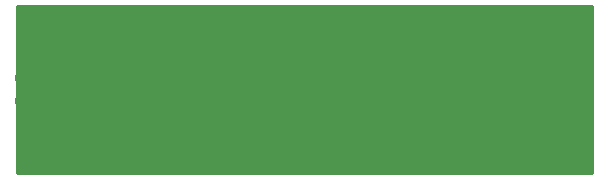
<source format=gbr>
G04 #@! TF.FileFunction,Copper,L3,Inr,Signal*
%FSLAX46Y46*%
G04 Gerber Fmt 4.6, Leading zero omitted, Abs format (unit mm)*
G04 Created by KiCad (PCBNEW 4.0.2-stable) date Mon Jul  4 16:36:02 2016*
%MOMM*%
G01*
G04 APERTURE LIST*
%ADD10C,0.100000*%
%ADD11C,0.600000*%
%ADD12C,0.254000*%
G04 APERTURE END LIST*
D10*
D11*
X120000000Y-85000000D03*
X125000000Y-85000000D03*
X130000000Y-85000000D03*
X135000000Y-85000000D03*
X140000000Y-85000000D03*
X145000000Y-85000000D03*
X150000000Y-85000000D03*
X155000000Y-85000000D03*
X160000000Y-85000000D03*
X160000000Y-95000000D03*
X155000000Y-95000000D03*
X150000000Y-95000000D03*
X145000000Y-95000000D03*
X140000000Y-95000000D03*
X135000000Y-95000000D03*
X130000000Y-95000000D03*
X125000000Y-95000000D03*
X120000000Y-95000000D03*
X163000000Y-91000000D03*
X162000000Y-91000000D03*
X161000000Y-91000000D03*
X160000000Y-91000000D03*
X159000000Y-91000000D03*
X158000000Y-91000000D03*
X157000000Y-91000000D03*
X156000000Y-91000000D03*
X155000000Y-91000000D03*
X154000000Y-91000000D03*
X153000000Y-91000000D03*
X152000000Y-91000000D03*
X151000000Y-91000000D03*
X150000000Y-91000000D03*
X149000000Y-91000000D03*
X148000000Y-91000000D03*
X147000000Y-91000000D03*
X146000000Y-91000000D03*
X145000000Y-91000000D03*
X144000000Y-91000000D03*
X143000000Y-91000000D03*
X142000000Y-91000000D03*
X141000000Y-91000000D03*
X140000000Y-91000000D03*
X139000000Y-91000000D03*
X138000000Y-91000000D03*
X137000000Y-91000000D03*
X136000000Y-91000000D03*
X135000000Y-91000000D03*
X134000000Y-91000000D03*
X133000000Y-91000000D03*
X132000000Y-91000000D03*
X131000000Y-91000000D03*
X130000000Y-91000000D03*
X129000000Y-91000000D03*
X128000000Y-91000000D03*
X127000000Y-91000000D03*
X126000000Y-91000000D03*
X125000000Y-91000000D03*
X124000000Y-91000000D03*
X123000000Y-91000000D03*
X122000000Y-91000000D03*
X121000000Y-91000000D03*
X120000000Y-91000000D03*
X119000000Y-91000000D03*
X118000000Y-91000000D03*
X117000000Y-91000000D03*
X116000000Y-91000000D03*
X163000000Y-89000000D03*
X162000000Y-89000000D03*
X161000000Y-89000000D03*
X160000000Y-89000000D03*
X159000000Y-89000000D03*
X158000000Y-89000000D03*
X157000000Y-89000000D03*
X156000000Y-89000000D03*
X155000000Y-89000000D03*
X154000000Y-89000000D03*
X153000000Y-89000000D03*
X152000000Y-89000000D03*
X151000000Y-89000000D03*
X150000000Y-89000000D03*
X149000000Y-89000000D03*
X148000000Y-89000000D03*
X147000000Y-89000000D03*
X146000000Y-89000000D03*
X145000000Y-89000000D03*
X144000000Y-89000000D03*
X143000000Y-89000000D03*
X142000000Y-89000000D03*
X141000000Y-89000000D03*
X140000000Y-89000000D03*
X139000000Y-89000000D03*
X138000000Y-89000000D03*
X137000000Y-89000000D03*
X136000000Y-89000000D03*
X135000000Y-89000000D03*
X134000000Y-89000000D03*
X133000000Y-89000000D03*
X132000000Y-89000000D03*
X131000000Y-89000000D03*
X130000000Y-89000000D03*
X129000000Y-89000000D03*
X128000000Y-89000000D03*
X127000000Y-89000000D03*
X126000000Y-89000000D03*
X125000000Y-89000000D03*
X124000000Y-89000000D03*
X123000000Y-89000000D03*
X122000000Y-89000000D03*
X121000000Y-89000000D03*
X120000000Y-89000000D03*
X119000000Y-89000000D03*
X118000000Y-89000000D03*
X117000000Y-89000000D03*
X116000000Y-89000000D03*
X115000000Y-91000000D03*
X115000000Y-89000000D03*
X161000000Y-92700000D03*
X161000000Y-87300000D03*
X117500000Y-92700000D03*
X117500000Y-87300000D03*
X115500000Y-90000000D03*
X163000000Y-90000000D03*
D12*
G36*
X163598000Y-97098000D02*
X114902000Y-97098000D01*
X114902000Y-82902000D01*
X163598000Y-82902000D01*
X163598000Y-97098000D01*
X163598000Y-97098000D01*
G37*
X163598000Y-97098000D02*
X114902000Y-97098000D01*
X114902000Y-82902000D01*
X163598000Y-82902000D01*
X163598000Y-97098000D01*
M02*

</source>
